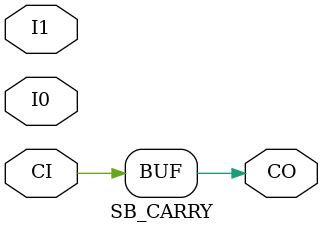
<source format=sv>
`timescale 1 ns / 10 ps

module SB_CARRY (
    input  wire I0,
    input  wire I1,
    input  wire CI,
    output wire CO
);

    assign #150ps CO = CI;

            
endmodule

</source>
